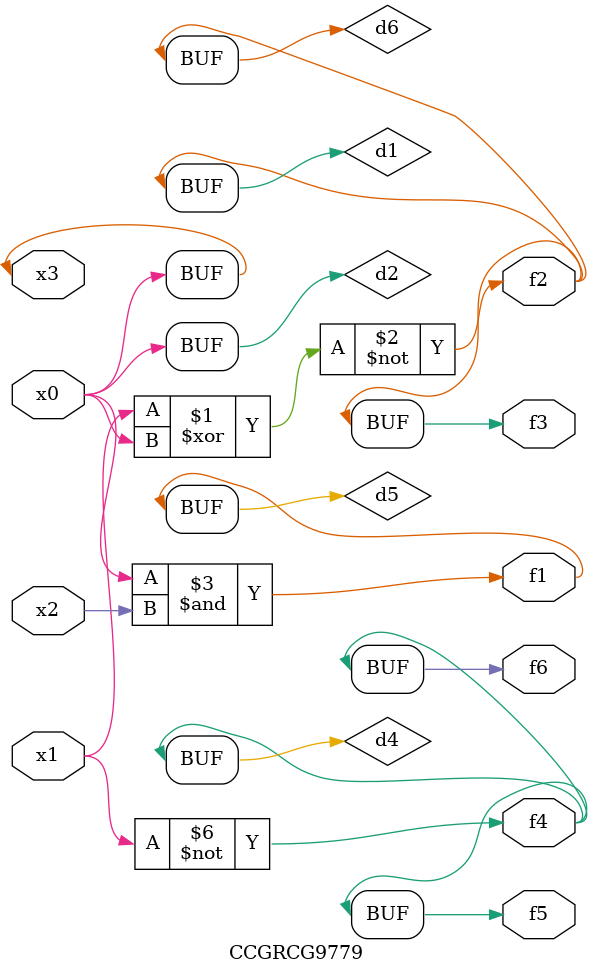
<source format=v>
module CCGRCG9779(
	input x0, x1, x2, x3,
	output f1, f2, f3, f4, f5, f6
);

	wire d1, d2, d3, d4, d5, d6;

	xnor (d1, x1, x3);
	buf (d2, x0, x3);
	nand (d3, x0, x2);
	not (d4, x1);
	nand (d5, d3);
	or (d6, d1);
	assign f1 = d5;
	assign f2 = d6;
	assign f3 = d6;
	assign f4 = d4;
	assign f5 = d4;
	assign f6 = d4;
endmodule

</source>
